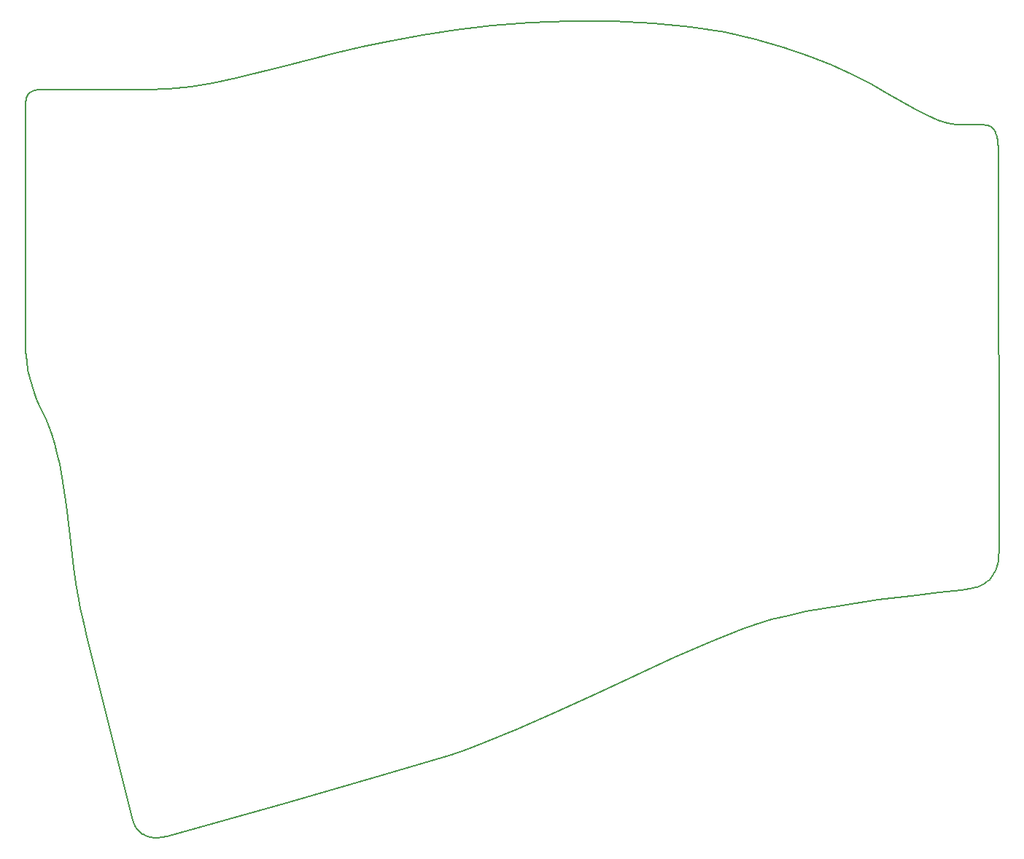
<source format=gbr>
%TF.GenerationSoftware,KiCad,Pcbnew,6.0.7*%
%TF.CreationDate,2023-01-29T15:54:58+00:00*%
%TF.ProjectId,rknt36-rounded,726b6e74-3336-42d7-926f-756e6465642e,rev?*%
%TF.SameCoordinates,Original*%
%TF.FileFunction,Profile,NP*%
%FSLAX46Y46*%
G04 Gerber Fmt 4.6, Leading zero omitted, Abs format (unit mm)*
G04 Created by KiCad (PCBNEW 6.0.7) date 2023-01-29 15:54:58*
%MOMM*%
%LPD*%
G01*
G04 APERTURE LIST*
%TA.AperFunction,Profile*%
%ADD10C,0.200000*%
%TD*%
G04 APERTURE END LIST*
D10*
X151500000Y-39500000D02*
X156205986Y-39727993D01*
X160514347Y-40178227D01*
X164446991Y-40818056D01*
X168025826Y-41614833D01*
X171272761Y-42535912D01*
X174209705Y-43548647D01*
X176858565Y-44620391D01*
X179241251Y-45718497D01*
X181379671Y-46810319D01*
X183295733Y-47863210D01*
X186548419Y-49721616D01*
X187928859Y-50461837D01*
X189174576Y-51032541D01*
X190307478Y-51401082D01*
X191349472Y-51534813D01*
X193058548Y-51543816D01*
X193818119Y-51540553D01*
X194157278Y-51543072D01*
X194469710Y-51557175D01*
X194755679Y-51589472D01*
X194888823Y-51614511D01*
X195015451Y-51646577D01*
X195135598Y-51686498D01*
X195249295Y-51735100D01*
X195356576Y-51793210D01*
X195457474Y-51861654D01*
X195552023Y-51941258D01*
X195640256Y-52032850D01*
X195722207Y-52137255D01*
X195797907Y-52255300D01*
X195867392Y-52387812D01*
X195930694Y-52535617D01*
X195987846Y-52699541D01*
X196038882Y-52880411D01*
X196083834Y-53079054D01*
X196122737Y-53296296D01*
X196155623Y-53532963D01*
X196182527Y-53789882D01*
X196203480Y-54067879D01*
X196218516Y-54367781D01*
X196230973Y-55036606D01*
X196280976Y-101224198D01*
X196273767Y-101562860D01*
X196250354Y-101898955D01*
X196209184Y-102230776D01*
X196148702Y-102556615D01*
X196067354Y-102874767D01*
X195963584Y-103183524D01*
X195835840Y-103481179D01*
X195762491Y-103625310D01*
X195682566Y-103766026D01*
X195595870Y-103903113D01*
X195502208Y-104036358D01*
X195401388Y-104165547D01*
X195293213Y-104290468D01*
X195177490Y-104410907D01*
X195054025Y-104526650D01*
X194922623Y-104637484D01*
X194783091Y-104743196D01*
X194635233Y-104843572D01*
X194478855Y-104938400D01*
X194313764Y-105027465D01*
X194139764Y-105110555D01*
X193956663Y-105187456D01*
X193764264Y-105257954D01*
X193562375Y-105321837D01*
X193350800Y-105378891D01*
X191883234Y-105615166D01*
X189376884Y-105910328D01*
X186078480Y-106286703D01*
X182234756Y-106766617D01*
X178092443Y-107372396D01*
X175986421Y-107729462D01*
X173898275Y-108126366D01*
X171858849Y-108565899D01*
X169898984Y-109050853D01*
X168049521Y-109584017D01*
X166341301Y-110168183D01*
X162768745Y-111614069D01*
X158674204Y-113423936D01*
X149602385Y-117623164D01*
X144966717Y-119756304D01*
X140492282Y-121740981D01*
X136349887Y-123449084D01*
X134456580Y-124159386D01*
X132710335Y-124752503D01*
X124089811Y-127342402D01*
X113634164Y-130331257D01*
X99704373Y-134221711D01*
X99516331Y-134271097D01*
X99331290Y-134312240D01*
X99149368Y-134345278D01*
X98970686Y-134370351D01*
X98795363Y-134387597D01*
X98623518Y-134397155D01*
X98455273Y-134399164D01*
X98290745Y-134393762D01*
X98130055Y-134381089D01*
X97973324Y-134361283D01*
X97820669Y-134334484D01*
X97672212Y-134300829D01*
X97528072Y-134260458D01*
X97388368Y-134213510D01*
X97253221Y-134160123D01*
X97122750Y-134100436D01*
X96997075Y-134034588D01*
X96876315Y-133962718D01*
X96760591Y-133884964D01*
X96650022Y-133801466D01*
X96544727Y-133712363D01*
X96444827Y-133617792D01*
X96350441Y-133517894D01*
X96261689Y-133412806D01*
X96178691Y-133302667D01*
X96101566Y-133187617D01*
X96030435Y-133067795D01*
X95965416Y-132943338D01*
X95906630Y-132814386D01*
X95854196Y-132681078D01*
X95808234Y-132543552D01*
X95768864Y-132401947D01*
X90402909Y-111018570D01*
X90116801Y-109842474D01*
X89869423Y-108751103D01*
X89655484Y-107726821D01*
X89469694Y-106751994D01*
X89161398Y-104880162D01*
X88902211Y-102994524D01*
X88361868Y-98617497D01*
X87996065Y-95843942D01*
X87510075Y-92492249D01*
X87255560Y-91030373D01*
X86967974Y-89733493D01*
X86654134Y-88579671D01*
X86320856Y-87546966D01*
X85974954Y-86613439D01*
X85623246Y-85757151D01*
X84929672Y-84188534D01*
X84601438Y-83432327D01*
X84294660Y-82665601D01*
X84016155Y-81866417D01*
X83772737Y-81012836D01*
X83571223Y-80082919D01*
X83418429Y-79054726D01*
X83362432Y-78496919D01*
X83321170Y-77906317D01*
X83295497Y-77280176D01*
X83286263Y-76615754D01*
X83257622Y-49760575D01*
X83259132Y-49531463D01*
X83265468Y-49307927D01*
X83278604Y-49091239D01*
X83300518Y-48882666D01*
X83333186Y-48683481D01*
X83378582Y-48494953D01*
X83406671Y-48405082D01*
X83438684Y-48318352D01*
X83474866Y-48234921D01*
X83515466Y-48154948D01*
X83560730Y-48078592D01*
X83610906Y-48006011D01*
X83666239Y-47937365D01*
X83726978Y-47872812D01*
X83793369Y-47812510D01*
X83865659Y-47756620D01*
X83944096Y-47705299D01*
X84028926Y-47658706D01*
X84120396Y-47617000D01*
X84218753Y-47580339D01*
X84324244Y-47548883D01*
X84437116Y-47522791D01*
X84557617Y-47502220D01*
X84685993Y-47487330D01*
X84822491Y-47478280D01*
X84967358Y-47475228D01*
X84967339Y-47475487D01*
X97282810Y-47475487D01*
X99888238Y-47379330D01*
X102482860Y-47108192D01*
X105091369Y-46688074D01*
X107738455Y-46144979D01*
X113247122Y-44793859D01*
X119206389Y-43262842D01*
X122416725Y-42494875D01*
X125813783Y-41759937D01*
X129422255Y-41084030D01*
X133266831Y-40493155D01*
X137372203Y-40013314D01*
X141763061Y-39670506D01*
X146464097Y-39490735D01*
X151500000Y-39500000D01*
M02*

</source>
